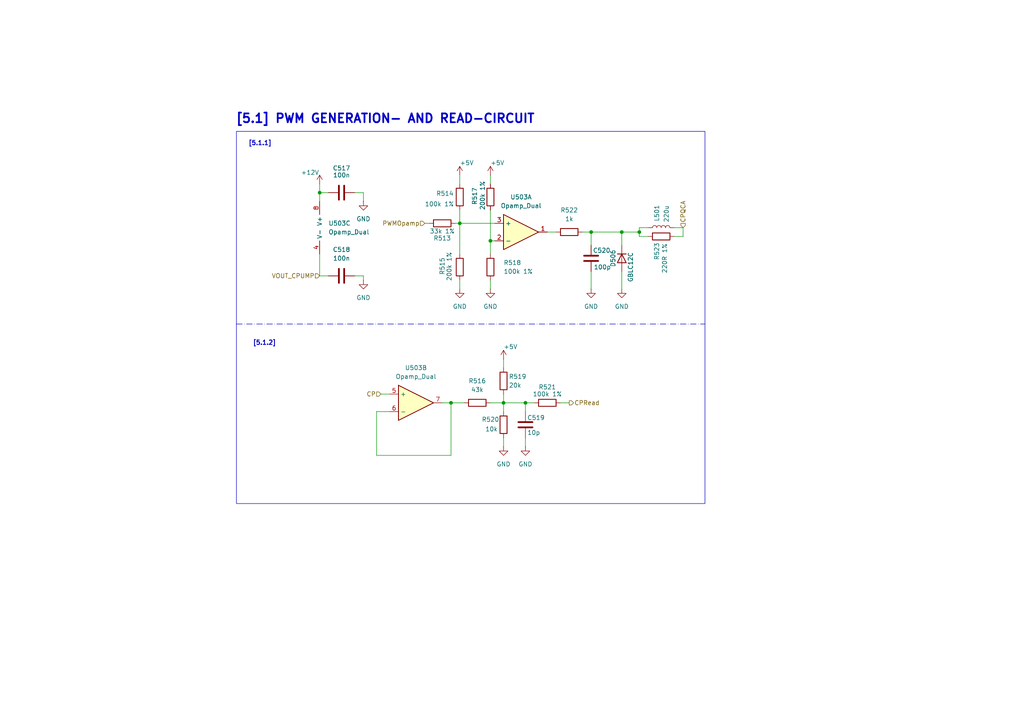
<source format=kicad_sch>
(kicad_sch (version 20231120) (generator "eeschema") (generator_version "8.0")
  (paper "A4")
  (title_block (title "SwitchSystemAddOn") (rev "3.3") (company "Gridlinx") (comment 1 "Kenan Kosack Henriksen"))
  (lib_symbols
    (symbol "+12V_1" (power) (pin_numbers hide) (pin_names (offset 0) hide)
      (property "Value" "+12V" (at 0 3.556 0))
      (symbol "+12V_1_0_1"
        (polyline (pts (xy -0.762 1.27) (xy 0 2.54)))
        (polyline (pts (xy 0 0) (xy 0 2.54)))
        (polyline (pts (xy 0 2.54) (xy 0.762 1.27)))
      )
      (symbol "+12V_1_1_1"
        (pin power_in line (at 0 0 90) (length 0) (name "~") (number "1"))
      )
    )
    (symbol "+5V_1" (power) (pin_numbers hide) (pin_names (offset 0) hide)
      (property "Value" "+5V" (at 0 3.556 0))
      (symbol "+5V_1_0_1"
        (polyline (pts (xy -0.762 1.27) (xy 0 2.54)))
        (polyline (pts (xy 0 0) (xy 0 2.54)))
        (polyline (pts (xy 0 2.54) (xy 0.762 1.27)))
      )
      (symbol "+5V_1_1_1"
        (pin power_in line (at 0 0 90) (length 0) (name "~") (number "1"))
      )
    )
    (symbol "Device:C" (pin_numbers hide) (pin_names (offset 0.254))
      (property "Reference" "C" (at 0.635 2.54 0))
      (property "Value" "C" (at 0.635 -2.54 0))
      (symbol "C_0_1"
        (polyline (pts (xy -2.032 -0.762) (xy 2.032 -0.762)) (stroke (width 0.508)))
        (polyline (pts (xy -2.032 0.762) (xy 2.032 0.762)) (stroke (width 0.508)))
      )
      (symbol "C_1_1"
        (pin passive line (at 0 3.81 270) (length 2.794) (name "~") (number "1"))
        (pin passive line (at 0 -3.81 90) (length 2.794) (name "~") (number "2"))
      )
    )
    (symbol "Device:D" (pin_numbers hide) (pin_names (offset 1.016) hide)
      (property "Reference" "D" (at 0 2.54 0))
      (property "Value" "D" (at 0 -2.54 0))
      (symbol "D_0_1"
        (polyline (pts (xy -1.27 1.27) (xy -1.27 -1.27)) (stroke (width 0.254)))
        (polyline (pts (xy 1.27 0) (xy -1.27 0)))
        (polyline (pts (xy 1.27 1.27) (xy 1.27 -1.27) (xy -1.27 0) (xy 1.27 1.27)) (stroke (width 0.254)))
      )
      (symbol "D_1_1"
        (pin passive line (at -3.81 0 0) (length 2.54) (name "K") (number "1"))
        (pin passive line (at 3.81 0 180) (length 2.54) (name "A") (number "2"))
      )
    )
    (symbol "Device:L" (pin_numbers hide) (pin_names (offset 1.016) hide)
      (property "Reference" "L" (at -1.27 0 90))
      (property "Value" "L" (at 1.905 0 90))
      (symbol "L_0_1"
        (arc (start 0 -2.54) (mid 0.6323 -1.905) (end 0 -1.27))
        (arc (start 0 -1.27) (mid 0.6323 -0.635) (end 0 0))
        (arc (start 0 0) (mid 0.6323 0.635) (end 0 1.27))
        (arc (start 0 1.27) (mid 0.6323 1.905) (end 0 2.54))
      )
      (symbol "L_1_1"
        (pin passive line (at 0 3.81 270) (length 1.27) (name "1") (number "1"))
        (pin passive line (at 0 -3.81 90) (length 1.27) (name "2") (number "2"))
      )
    )
    (symbol "Device:Opamp_Dual"
      (property "Reference" "U" (at 0 5.08 0))
      (property "Value" "Opamp_Dual" (at 0 -5.08 0))
      (symbol "Opamp_Dual_1_1"
        (polyline (pts (xy -5.08 5.08) (xy 5.08 0) (xy -5.08 -5.08) (xy -5.08 5.08)) (stroke (width 0.254)) (fill (type background)))
        (pin output line (at 7.62 0 180) (length 2.54) (name "~") (number "1"))
        (pin input line (at -7.62 -2.54 0) (length 2.54) (name "-") (number "2"))
        (pin input line (at -7.62 2.54 0) (length 2.54) (name "+") (number "3"))
      )
      (symbol "Opamp_Dual_2_1"
        (polyline (pts (xy -5.08 5.08) (xy 5.08 0) (xy -5.08 -5.08) (xy -5.08 5.08)) (stroke (width 0.254)) (fill (type background)))
        (pin input line (at -7.62 2.54 0) (length 2.54) (name "+") (number "5"))
        (pin input line (at -7.62 -2.54 0) (length 2.54) (name "-") (number "6"))
        (pin output line (at 7.62 0 180) (length 2.54) (name "~") (number "7"))
      )
      (symbol "Opamp_Dual_3_1"
        (pin power_in line (at -2.54 -7.62 90) (length 3.81) (name "V-") (number "4"))
        (pin power_in line (at -2.54 7.62 270) (length 3.81) (name "V+") (number "8"))
      )
    )
    (symbol "Device:R" (pin_numbers hide) (pin_names (offset 0))
      (property "Reference" "R" (at 2.032 0 90))
      (property "Value" "R" (at 0 0 90))
      (symbol "R_0_1"
        (rectangle (start -1.016 -2.54) (end 1.016 2.54) (stroke (width 0.254)))
      )
      (symbol "R_1_1"
        (pin passive line (at 0 3.81 270) (length 1.27) (name "~") (number "1"))
        (pin passive line (at 0 -3.81 90) (length 1.27) (name "~") (number "2"))
      )
    )
    (symbol "GND_1" (power) (pin_numbers hide) (pin_names (offset 0) hide)
      (property "Value" "GND" (at 0 -3.81 0))
      (symbol "GND_1_0_1"
        (polyline (pts (xy 0 0) (xy 0 -1.27) (xy 1.27 -1.27) (xy 0 -2.54) (xy -1.27 -1.27) (xy 0 -1.27)))
      )
      (symbol "GND_1_1_1"
        (pin power_in line (at 0 0 270) (length 0) (name "~") (number "1"))
      )
    )
  )
  (junction (at 180.34 67.31))
  (junction (at 171.45 67.31))
  (junction (at 92.71 55.88))
  (junction (at 152.4 116.84))
  (junction (at 133.35 64.77))
  (junction (at 130.81 116.84))
  (junction (at 142.24 69.85))
  (junction (at 185.42 67.31))
  (junction (at 146.05 116.84))
  (wire (pts (xy 130.81 116.84) (xy 134.62 116.84)))
  (wire (pts (xy 105.41 81.28) (xy 105.41 80.01)))
  (wire (pts (xy 146.05 104.14) (xy 146.05 106.68)))
  (wire (pts (xy 142.24 50.8) (xy 142.24 53.34)))
  (wire (pts (xy 152.4 116.84) (xy 152.4 119.38)))
  (wire (pts (xy 185.42 66.04) (xy 187.96 66.04)))
  (wire (pts (xy 133.35 64.77) (xy 143.51 64.77)))
  (wire (pts (xy 180.34 78.74) (xy 180.34 83.82)))
  (wire (pts (xy 146.05 116.84) (xy 146.05 114.3)))
  (wire (pts (xy 133.35 50.8) (xy 133.35 53.34)))
  (wire (pts (xy 109.22 132.08) (xy 130.81 132.08)))
  (wire (pts (xy 133.35 64.77) (xy 133.35 73.66)))
  (wire (pts (xy 195.58 66.04) (xy 198.12 66.04)))
  (wire (pts (xy 180.34 67.31) (xy 180.34 71.12)))
  (wire (pts (xy 92.71 53.34) (xy 92.71 55.88)))
  (wire (pts (xy 142.24 69.85) (xy 142.24 73.66)))
  (wire (pts (xy 92.71 55.88) (xy 92.71 58.42)))
  (wire (pts (xy 198.12 68.58) (xy 198.12 66.04)))
  (wire (pts (xy 195.58 68.58) (xy 198.12 68.58)))
  (wire (pts (xy 142.24 60.96) (xy 142.24 69.85)))
  (wire (pts (xy 180.34 67.31) (xy 185.42 67.31)))
  (wire (pts (xy 185.42 67.31) (xy 185.42 68.58)))
  (wire (pts (xy 142.24 81.28) (xy 142.24 83.82)))
  (wire (pts (xy 171.45 78.74) (xy 171.45 83.82)))
  (wire (pts (xy 185.42 67.31) (xy 185.42 66.04)))
  (wire (pts (xy 152.4 116.84) (xy 154.94 116.84)))
  (wire (pts (xy 110.49 114.3) (xy 113.03 114.3)))
  (wire (pts (xy 128.27 116.84) (xy 130.81 116.84)))
  (wire (pts (xy 171.45 67.31) (xy 180.34 67.31)))
  (wire (pts (xy 185.42 68.58) (xy 187.96 68.58)))
  (wire (pts (xy 92.71 73.66) (xy 92.71 80.01)))
  (wire (pts (xy 105.41 80.01) (xy 102.87 80.01)))
  (wire (pts (xy 123.19 64.77) (xy 124.46 64.77)))
  (wire (pts (xy 133.35 81.28) (xy 133.35 83.82)))
  (wire (pts (xy 109.22 119.38) (xy 109.22 132.08)))
  (wire (pts (xy 146.05 116.84) (xy 146.05 119.38)))
  (polyline (pts (xy 68.58 93.98) (xy 204.47 93.98)) (stroke (width 0) (type dash_dot)))
  (wire (pts (xy 95.25 55.88) (xy 92.71 55.88)))
  (wire (pts (xy 133.35 60.96) (xy 133.35 64.77)))
  (wire (pts (xy 152.4 127) (xy 152.4 129.54)))
  (wire (pts (xy 158.75 67.31) (xy 161.29 67.31)))
  (wire (pts (xy 132.08 64.77) (xy 133.35 64.77)))
  (wire (pts (xy 113.03 119.38) (xy 109.22 119.38)))
  (wire (pts (xy 146.05 116.84) (xy 152.4 116.84)))
  (wire (pts (xy 105.41 58.42) (xy 105.41 55.88)))
  (wire (pts (xy 146.05 127) (xy 146.05 129.54)))
  (wire (pts (xy 105.41 55.88) (xy 102.87 55.88)))
  (wire (pts (xy 130.81 116.84) (xy 130.81 132.08)))
  (wire (pts (xy 142.24 116.84) (xy 146.05 116.84)))
  (wire (pts (xy 171.45 67.31) (xy 171.45 71.12)))
  (wire (pts (xy 162.56 116.84) (xy 165.1 116.84)))
  (wire (pts (xy 142.24 69.85) (xy 143.51 69.85)))
  (wire (pts (xy 168.91 67.31) (xy 171.45 67.31)))
  (wire (pts (xy 92.71 80.01) (xy 95.25 80.01)))
  (rectangle (start 68.58 38.1) (end 204.47 146.05))
  (text "[5.1.1]" (at 75.438 41.656 0) (effects (font (size 1.27 1.27) (bold yes))))
  (text "[5.1] PWM GENERATION- AND READ-CIRCUIT" (at 111.76 34.544 0) (effects (font (size 2.54 2.54) (bold yes))))
  (text "[5.1.2]" (at 76.708 99.568 0) (effects (font (size 1.27 1.27) (bold yes))))
  (hierarchical_label "VOUT_CPUMP" (shape input) (at 92.71 80.01 180))
  (hierarchical_label "PWMOpamp" (shape input) (at 123.19 64.77 180))
  (hierarchical_label "CP" (shape input) (at 110.49 114.3 180))
  (hierarchical_label "CPRead" (shape output) (at 165.1 116.84 0))
  (hierarchical_label "CPQCA" (shape input) (at 198.12 66.04 90))
  (symbol (lib_name "GND_1") (lib_id "power:GND") (at 105.41 58.42 0) (unit 1)
    (property "Reference" "#PWR0534" (effects (hide yes)))
    (property "Value" "GND" (at 105.41 63.5 0))
    (property "Description" "Power symbol creates a global label with name \"GND\" , ground" (effects (hide yes)))
  )
  (symbol (lib_id "Device:R") (at 133.35 57.15 180) (unit 1)
    (property "Reference" "R514" (at 126.492 56.134 0) (effects (justify right)))
    (property "Value" "100k 1%" (at 123.19 59.182 0) (effects (justify right)))
    (property "Footprint" "Resistor_SMD:R_0402_1005Metric" (effects (hide yes)))
    (property "Description" "100K OHM 1% 1/16W 0402" (effects (hide yes)))
    (property "Supplier link" "~ " (effects (hide yes)))
    (property "Generic" "Yes" (effects (hide yes)))
    (property "Manufacturer_Name" "~ " (effects (hide yes)))
    (property "Manufacturer_Part_Number" "~ " (effects (hide yes)))
  )
  (symbol (lib_id "Device:R") (at 142.24 77.47 180) (unit 1)
    (property "Reference" "R518" (at 146.05 76.1999 0) (effects (justify right)))
    (property "Value" "100k 1%" (at 146.05 78.7399 0) (effects (justify right)))
    (property "Footprint" "Resistor_SMD:R_0402_1005Metric" (effects (hide yes)))
    (property "Description" "100K OHM 1% 1/16W 0402" (effects (hide yes)))
    (property "Supplier link" "~ " (effects (hide yes)))
    (property "Generic" "Yes" (effects (hide yes)))
    (property "Manufacturer_Name" "~ " (effects (hide yes)))
    (property "Manufacturer_Part_Number" "~ " (effects (hide yes)))
  )
  (symbol (lib_id "Device:R") (at 146.05 110.49 0) (unit 1)
    (property "Reference" "R519" (at 147.574 109.22 0) (effects (justify left)))
    (property "Value" "20k" (at 147.574 111.76 0) (effects (justify left)))
    (property "Footprint" "Resistor_SMD:R_0402_1005Metric" (effects (hide yes)))
    (property "Description" "100K OHM 1% 1/16W 0402" (effects (hide yes)))
    (property "Supplier link" "~ " (effects (hide yes)))
    (property "Generic" "Yes" (effects (hide yes)))
    (property "Manufacturer_Name" "~ " (effects (hide yes)))
    (property "Manufacturer_Part_Number" "~ " (effects (hide yes)))
  )
  (symbol (lib_id "Device:R") (at 138.43 116.84 270) (unit 1)
    (property "Reference" "R516" (at 138.43 110.49 90))
    (property "Value" "43k" (at 138.43 113.03 90))
    (property "Footprint" "Resistor_SMD:R_0402_1005Metric" (effects (hide yes)))
    (property "Description" "100K OHM 1% 1/16W 0402" (effects (hide yes)))
    (property "Supplier link" "~ " (effects (hide yes)))
    (property "Generic" "Yes" (effects (hide yes)))
    (property "Manufacturer_Name" "~ " (effects (hide yes)))
    (property "Manufacturer_Part_Number" "~ " (effects (hide yes)))
  )
  (symbol (lib_name "+5V_1") (lib_id "power:+5V") (at 146.05 104.14 0) (unit 1)
    (property "Reference" "#PWR0540" (effects (hide yes)))
    (property "Value" "+5V" (at 148.082 100.584 0))
    (property "Description" "Power symbol creates a global label with name \"+5V\"" (effects (hide yes)))
  )
  (symbol (lib_id "Device:D") (at 180.34 74.93 270) (unit 1)
    (property "Reference" "D506" (at 177.8 74.93 0))
    (property "Value" "GBLC12C" (at 182.88 77.47 0))
    (property "Footprint" "Diode_SMD:D_SOD-323" (effects (hide yes)))
    (property "Description" "TVS DIODE 12V   VBR MIN 13.3V SO" (effects (hide yes)))
    (property "Sim.Device" "D" (effects (hide yes)))
    (property "Sim.Pins" "1=K 2=A" (effects (hide yes)))
    (property "Supplier link" "https://www.digikey.dk/en/products/detail/anbon-semiconductor-int-l-limited/GBLC12C/21774386" (effects (hide yes)))
    (property "Generic" "No" (effects (hide yes)))
    (property "Manufacturer_Name" "ANBON SEMICONDUCTOR (INT'L) LIMITED" (effects (hide yes)))
    (property "Manufacturer_Part_Number" "GBLC12C" (effects (hide yes)))
  )
  (symbol (lib_name "GND_1") (lib_id "power:GND") (at 180.34 83.82 0) (unit 1)
    (property "Reference" "#PWR0544" (effects (hide yes)))
    (property "Value" "GND" (at 180.34 88.9 0))
    (property "Description" "Power symbol creates a global label with name \"GND\" , ground" (effects (hide yes)))
  )
  (symbol (lib_id "Device:R") (at 158.75 116.84 270) (unit 1)
    (property "Reference" "R521" (at 158.75 112.268 90))
    (property "Value" "100k 1%" (at 158.75 114.3 90))
    (property "Footprint" "Resistor_SMD:R_0402_1005Metric" (effects (hide yes)))
    (property "Description" "100K OHM 1% 1/16W 0402" (effects (hide yes)))
    (property "Supplier link" "~ " (effects (hide yes)))
    (property "Generic" "Yes" (effects (hide yes)))
    (property "Manufacturer_Name" "~ " (effects (hide yes)))
    (property "Manufacturer_Part_Number" "~ " (effects (hide yes)))
  )
  (symbol (lib_id "Device:C") (at 99.06 55.88 270) (unit 1)
    (property "Reference" "C517" (at 99.06 48.768 90))
    (property "Value" "100n" (at 99.06 50.8 90))
    (property "Footprint" "Capacitor_SMD:C_0805_2012Metric" (effects (hide yes)))
    (property "Description" "10u X7R 16V 0805" (effects (hide yes)))
    (property "Supplier link" "~ " (effects (hide yes)))
    (property "Generic" "Yes" (effects (hide yes)))
  )
  (symbol (lib_name "GND_1") (lib_id "power:GND") (at 142.24 83.82 0) (unit 1)
    (property "Reference" "#PWR0539" (effects (hide yes)))
    (property "Value" "GND" (at 142.24 88.9 0))
    (property "Description" "Power symbol creates a global label with name \"GND\" , ground" (effects (hide yes)))
  )
  (symbol (lib_name "GND_1") (lib_id "power:GND") (at 146.05 129.54 0) (unit 1)
    (property "Reference" "#PWR0541" (effects (hide yes)))
    (property "Value" "GND" (at 146.05 134.62 0))
    (property "Description" "Power symbol creates a global label with name \"GND\" , ground" (effects (hide yes)))
  )
  (symbol (lib_id "Device:R") (at 191.77 68.58 270) (unit 1)
    (property "Reference" "R523" (at 190.5 72.898 0))
    (property "Value" "220R 1%" (at 192.786 74.93 0))
    (property "Footprint" "Resistor_SMD:R_1210_3225Metric" (effects (hide yes)))
    (property "Description" "220 OHM 1% 1/2W 1210" (effects (hide yes)))
    (property "Supplier link" "~ " (effects (hide yes)))
    (property "Generic" "Yes" (effects (hide yes)))
    (property "Manufacturer_Name" "~ " (effects (hide yes)))
    (property "Manufacturer_Part_Number" "~ " (effects (hide yes)))
  )
  (symbol (lib_id "Device:R") (at 128.27 64.77 270) (unit 1)
    (property "Reference" "R513" (at 128.27 69.088 90))
    (property "Value" "33k 1%" (at 128.27 67.056 90))
    (property "Footprint" "Resistor_SMD:R_0402_1005Metric" (effects (hide yes)))
    (property "Description" "100K OHM 1% 1/16W 0402" (effects (hide yes)))
    (property "Supplier link" "~ " (effects (hide yes)))
    (property "Generic" "Yes" (effects (hide yes)))
    (property "Manufacturer_Name" "~ " (effects (hide yes)))
    (property "Manufacturer_Part_Number" "~ " (effects (hide yes)))
  )
  (symbol (lib_id "Device:R") (at 142.24 57.15 180) (unit 1)
    (property "Reference" "R517" (at 137.668 59.436 90) (effects (justify right)))
    (property "Value" "200k 1%" (at 139.954 60.96 90) (effects (justify right)))
    (property "Footprint" "Resistor_SMD:R_0402_1005Metric" (effects (hide yes)))
    (property "Description" "100K OHM 1% 1/16W 0402" (effects (hide yes)))
    (property "Supplier link" "~ " (effects (hide yes)))
    (property "Generic" "Yes" (effects (hide yes)))
    (property "Manufacturer_Name" "~ " (effects (hide yes)))
    (property "Manufacturer_Part_Number" "~ " (effects (hide yes)))
  )
  (symbol (lib_name "+5V_1") (lib_id "power:+5V") (at 142.24 50.8 0) (unit 1)
    (property "Reference" "#PWR0538" (effects (hide yes)))
    (property "Value" "+5V" (at 144.272 47.244 0))
    (property "Description" "Power symbol creates a global label with name \"+5V\"" (effects (hide yes)))
  )
  (symbol (lib_name "GND_1") (lib_id "power:GND") (at 133.35 83.82 0) (unit 1)
    (property "Reference" "#PWR0537" (effects (hide yes)))
    (property "Value" "GND" (at 133.35 88.9 0))
    (property "Description" "Power symbol creates a global label with name \"GND\" , ground" (effects (hide yes)))
  )
  (symbol (lib_id "Device:C") (at 99.06 80.01 270) (unit 1)
    (property "Reference" "C518" (at 99.06 72.39 90))
    (property "Value" "100n" (at 99.06 74.93 90))
    (property "Footprint" "Capacitor_SMD:C_0805_2012Metric" (effects (hide yes)))
    (property "Description" "10u X7R 16V 0805" (effects (hide yes)))
    (property "Supplier link" "~ " (effects (hide yes)))
    (property "Generic" "Yes" (effects (hide yes)))
  )
  (symbol (lib_id "Device:Opamp_Dual") (at 151.13 67.31 0) (unit 1)
    (property "Reference" "U503" (at 151.13 57.15 0))
    (property "Value" "Opamp_Dual" (at 151.13 59.69 0))
    (property "Description" "Dual operational amplifier" (effects (hide yes)))
    (property "Sim.Library" "${KICAD7_SYMBOL_DIR}/Simulation_SPICE.sp" (effects (hide yes)))
    (property "Sim.Name" "kicad_builtin_opamp_dual" (effects (hide yes)))
    (property "Sim.Device" "SUBCKT" (effects (hide yes)))
    (property "Sim.Pins" "1=out1 2=in1- 3=in1+ 4=vee 5=in2+ 6=in2- 7=out2 8=vcc" (effects (hide yes)))
  )
  (symbol (lib_id "Device:Opamp_Dual") (at 95.25 66.04 0) (unit 3)
    (property "Reference" "U503" (at 95.25 64.7699 0) (effects (justify left)))
    (property "Value" "Opamp_Dual" (at 95.25 67.3099 0) (effects (justify left)))
    (property "Description" "Dual operational amplifier" (effects (hide yes)))
    (property "Sim.Library" "${KICAD7_SYMBOL_DIR}/Simulation_SPICE.sp" (effects (hide yes)))
    (property "Sim.Name" "kicad_builtin_opamp_dual" (effects (hide yes)))
    (property "Sim.Device" "SUBCKT" (effects (hide yes)))
    (property "Sim.Pins" "1=out1 2=in1- 3=in1+ 4=vee 5=in2+ 6=in2- 7=out2 8=vcc" (effects (hide yes)))
  )
  (symbol (lib_id "Device:R") (at 165.1 67.31 270) (unit 1)
    (property "Reference" "R522" (at 165.1 60.96 90))
    (property "Value" "1k" (at 165.1 63.5 90))
    (property "Footprint" "Resistor_SMD:R_0402_1005Metric" (effects (hide yes)))
    (property "Description" "100K OHM 1% 1/16W 0402" (effects (hide yes)))
    (property "Supplier link" "~ " (effects (hide yes)))
    (property "Generic" "Yes" (effects (hide yes)))
    (property "Manufacturer_Name" "~ " (effects (hide yes)))
    (property "Manufacturer_Part_Number" "~ " (effects (hide yes)))
  )
  (symbol (lib_id "Device:R") (at 146.05 123.19 0) (unit 1)
    (property "Reference" "R520" (at 139.7 121.666 0) (effects (justify left)))
    (property "Value" "10k" (at 140.716 124.46 0) (effects (justify left)))
    (property "Footprint" "Resistor_SMD:R_0402_1005Metric" (effects (hide yes)))
    (property "Description" "100K OHM 1% 1/16W 0402" (effects (hide yes)))
    (property "Supplier link" "~ " (effects (hide yes)))
    (property "Generic" "Yes" (effects (hide yes)))
    (property "Manufacturer_Name" "~ " (effects (hide yes)))
    (property "Manufacturer_Part_Number" "~ " (effects (hide yes)))
  )
  (symbol (lib_id "Device:L") (at 191.77 66.04 90) (unit 1)
    (property "Reference" "L501" (at 190.5 64.262 0) (effects (justify left)))
    (property "Value" "220u" (at 193.294 64.516 0) (effects (justify left)))
    (property "Footprint" "Inductor_SMD:L_1210_3225Metric" (effects (hide yes)))
    (property "Description" "FIXED IND 220UH 100MA 10.9OHM SM" (effects (hide yes)))
    (property "Supplier link" "https://www.digikey.com/en/products/detail/epcos-tdk-electronics/B82422H1224K000/1243410" (effects (hide yes)))
    (property "Generic" "No" (effects (hide yes)))
    (property "Manufacturer_Name" "EPCOS - TDK Electronics" (effects (hide yes)))
    (property "Manufacturer_Part_Number" "B82422H1224K000" (effects (hide yes)))
  )
  (symbol (lib_name "GND_1") (lib_id "power:GND") (at 171.45 83.82 0) (unit 1)
    (property "Reference" "#PWR0543" (effects (hide yes)))
    (property "Value" "GND" (at 171.45 88.9 0))
    (property "Description" "Power symbol creates a global label with name \"GND\" , ground" (effects (hide yes)))
  )
  (symbol (lib_name "GND_1") (lib_id "power:GND") (at 152.4 129.54 0) (unit 1)
    (property "Reference" "#PWR0542" (effects (hide yes)))
    (property "Value" "GND" (at 152.4 134.62 0))
    (property "Description" "Power symbol creates a global label with name \"GND\" , ground" (effects (hide yes)))
  )
  (symbol (lib_id "Device:Opamp_Dual") (at 120.65 116.84 0) (unit 2)
    (property "Reference" "U503" (at 120.65 106.68 0))
    (property "Value" "Opamp_Dual" (at 120.65 109.22 0))
    (property "Description" "Dual operational amplifier" (effects (hide yes)))
    (property "Sim.Library" "${KICAD7_SYMBOL_DIR}/Simulation_SPICE.sp" (effects (hide yes)))
    (property "Sim.Name" "kicad_builtin_opamp_dual" (effects (hide yes)))
    (property "Sim.Device" "SUBCKT" (effects (hide yes)))
    (property "Sim.Pins" "1=out1 2=in1- 3=in1+ 4=vee 5=in2+ 6=in2- 7=out2 8=vcc" (effects (hide yes)))
  )
  (symbol (lib_id "Device:R") (at 133.35 77.47 180) (unit 1)
    (property "Reference" "R515" (at 128.27 79.756 90) (effects (justify right)))
    (property "Value" "200k 1%" (at 130.302 81.534 90) (effects (justify right)))
    (property "Footprint" "Resistor_SMD:R_0402_1005Metric" (effects (hide yes)))
    (property "Description" "100K OHM 1% 1/16W 0402" (effects (hide yes)))
    (property "Supplier link" "~ " (effects (hide yes)))
    (property "Generic" "Yes" (effects (hide yes)))
    (property "Manufacturer_Name" "~ " (effects (hide yes)))
    (property "Manufacturer_Part_Number" "~ " (effects (hide yes)))
  )
  (symbol (lib_name "GND_1") (lib_id "power:GND") (at 105.41 81.28 0) (unit 1)
    (property "Reference" "#PWR0535" (effects (hide yes)))
    (property "Value" "GND" (at 105.41 86.36 0))
    (property "Description" "Power symbol creates a global label with name \"GND\" , ground" (effects (hide yes)))
  )
  (symbol (lib_name "+5V_1") (lib_id "power:+5V") (at 133.35 50.8 0) (unit 1)
    (property "Reference" "#PWR0536" (effects (hide yes)))
    (property "Value" "+5V" (at 135.382 47.244 0))
    (property "Description" "Power symbol creates a global label with name \"+5V\"" (effects (hide yes)))
  )
  (symbol (lib_id "Device:C") (at 152.4 123.19 180) (unit 1)
    (property "Reference" "C519" (at 152.908 121.158 0) (effects (justify right)))
    (property "Value" "10p" (at 152.908 125.476 0) (effects (justify right)))
    (property "Footprint" "Capacitor_SMD:C_0805_2012Metric" (effects (hide yes)))
    (property "Description" "10u X7R 16V 0805" (effects (hide yes)))
    (property "Supplier link" "~ " (effects (hide yes)))
    (property "Generic" "Yes" (effects (hide yes)))
  )
  (symbol (lib_name "+12V_1") (lib_id "power:+12V") (at 92.71 53.34 0) (unit 1)
    (property "Reference" "#PWR0533" (effects (hide yes)))
    (property "Value" "+12V" (at 89.916 50.038 0))
    (property "Description" "Power symbol creates a global label with name \"+12V\"" (effects (hide yes)))
  )
  (symbol (lib_id "Device:C") (at 171.45 74.93 180) (unit 1)
    (property "Reference" "C520" (at 171.958 72.644 0) (effects (justify right)))
    (property "Value" "100p" (at 172.212 77.47 0) (effects (justify right)))
    (property "Footprint" "Capacitor_SMD:C_0805_2012Metric" (effects (hide yes)))
    (property "Description" "10u X7R 16V 0805" (effects (hide yes)))
    (property "Supplier link" "~ " (effects (hide yes)))
    (property "Generic" "Yes" (effects (hide yes)))
  )
)
</source>
